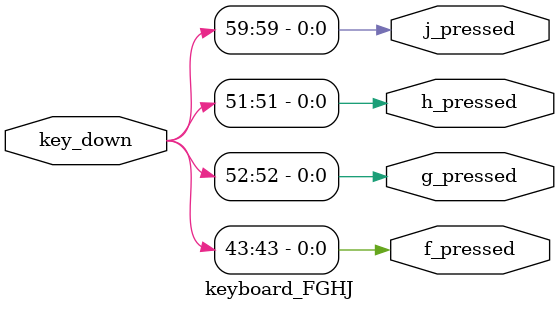
<source format=v>
`timescale 1ns / 1ps


module keyboard_FGHJ (  /*input*/ key_down,
 /*output*/ f_pressed, g_pressed, h_pressed, j_pressed );
 
 input [ 511:0 ] key_down;
 output f_pressed, g_pressed, h_pressed, j_pressed;
 
 assign f_pressed = ( key_down[9'h2B] == 1 );
 assign g_pressed = ( key_down[9'h34] == 1 );
 assign h_pressed = ( key_down[9'h33] == 1 );
 assign j_pressed = ( key_down[9'h3B] == 1 );

 
 
endmodule

</source>
